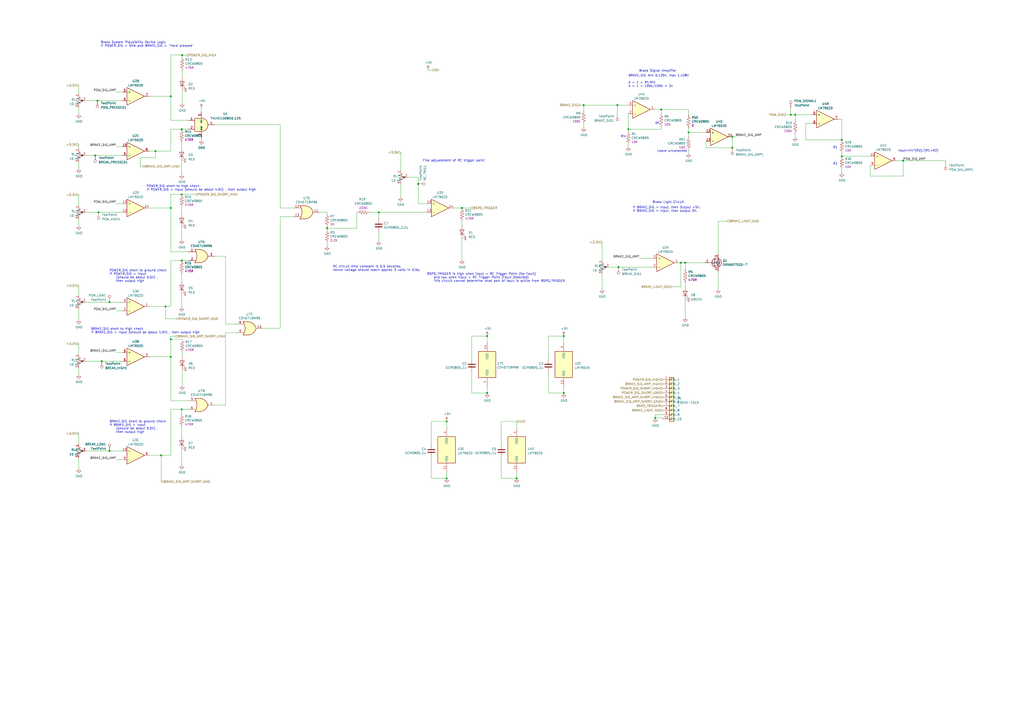
<source format=kicad_sch>
(kicad_sch (version 20231120) (generator "eeschema") (generator_version "8.0")
  (paper "A2")
  (junction (at 96.012 177.8))
  (junction (at 93.472 264.16))
  (junction (at 99.06 196.85))
  (junction (at 358.775 154.94))
  (junction (at 242.57 106.68))
  (junction (at 488.315 90.678))
  (junction (at 105.41 151.13))
  (junction (at 394.97 152.4))
  (junction (at 327.025 227.965))
  (junction (at 55.245 90.17))
  (junction (at 358.14 60.96))
  (junction (at 488.315 81.153))
  (junction (at 399.415 76.835))
  (junction (at 189.738 132.334))
  (junction (at 424.815 85.725))
  (junction (at 99.06 120.65))
  (junction (at 380.111 242.443))
  (junction (at 383.54 63.5))
  (junction (at 338.582 60.96))
  (junction (at 99.06 207.01))
  (junction (at 364.49 74.93))
  (junction (at 397.51 152.4))
  (junction (at 63.5 175.26))
  (junction (at 63.5 261.62))
  (junction (at 299.72 277.495))
  (junction (at 219.71 123.19))
  (junction (at 99.06 55.88))
  (junction (at 461.264 66.548))
  (junction (at 57.15 123.19))
  (junction (at 327.025 194.945))
  (junction (at 90.17 87.63))
  (junction (at 105.41 112.776))
  (junction (at 282.575 227.965))
  (junction (at 59.055 209.55))
  (junction (at 523.875 93.218))
  (junction (at 259.08 277.495))
  (junction (at 105.664 32.004))
  (junction (at 424.815 79.375))
  (junction (at 458.724 66.548))
  (junction (at 267.97 120.65))
  (junction (at 105.41 74.93))
  (junction (at 56.515 58.42))
  (junction (at 105.41 237.49))
  (junction (at 259.08 244.475))
  (junction (at 282.575 194.945))
  (wire (pts (xy 67.31 85.09) (xy 71.12 85.09)))
  (wire (pts (xy 488.315 88.773) (xy 488.315 90.678)))
  (wire (pts (xy 93.472 264.16) (xy 93.472 279.4)))
  (wire (pts (xy 105.664 52.324) (xy 105.664 59.69)))
  (wire (pts (xy 63.5 175.26) (xy 71.12 175.26)))
  (wire (pts (xy 130.81 193.04) (xy 137.16 193.04)))
  (wire (pts (xy 358.14 60.96) (xy 358.14 66.04)))
  (wire (pts (xy 45.72 113.03) (xy 45.72 119.38)))
  (wire (pts (xy 424.815 85.725) (xy 409.575 85.725)))
  (wire (pts (xy 99.06 237.49) (xy 105.41 237.49)))
  (wire (pts (xy 364.49 66.04) (xy 364.49 74.93)))
  (wire (pts (xy 393.7 152.4) (xy 394.97 152.4)))
  (wire (pts (xy 86.36 120.65) (xy 99.06 120.65)))
  (wire (pts (xy 523.875 93.218) (xy 523.875 102.108)))
  (wire (pts (xy 162.56 125.73) (xy 170.18 125.73)))
  (wire (pts (xy 273.685 208.28) (xy 273.685 194.945)))
  (wire (pts (xy 318.135 227.965) (xy 327.025 227.965)))
  (wire (pts (xy 105.41 82.55) (xy 105.41 85.725)))
  (wire (pts (xy 189.738 132.334) (xy 189.738 133.35)))
  (wire (pts (xy 397.51 173.99) (xy 397.51 184.277)))
  (wire (pts (xy 105.664 196.85) (xy 99.06 196.85)))
  (wire (pts (xy 290.83 257.81) (xy 290.83 244.475)))
  (wire (pts (xy 105.41 120.396) (xy 105.41 124.079)))
  (wire (pts (xy 471.17 71.628) (xy 467.36 71.628)))
  (wire (pts (xy 424.815 79.375) (xy 426.72 79.375)))
  (wire (pts (xy 282.575 194.945) (xy 282.575 198.755)))
  (wire (pts (xy 124.46 148.59) (xy 130.81 148.59)))
  (wire (pts (xy 397.51 156.21) (xy 397.51 152.4)))
  (wire (pts (xy 416.56 128.27) (xy 421.64 128.27)))
  (wire (pts (xy 49.53 90.17) (xy 55.245 90.17)))
  (wire (pts (xy 45.72 213.36) (xy 45.72 217.17)))
  (wire (pts (xy 105.41 260.604) (xy 105.41 269.621)))
  (wire (pts (xy 93.472 264.16) (xy 99.06 264.16)))
  (wire (pts (xy 99.06 31.877) (xy 99.06 55.88)))
  (wire (pts (xy 99.06 112.776) (xy 99.06 120.65)))
  (wire (pts (xy 105.664 204.47) (xy 105.664 206.756)))
  (wire (pts (xy 397.51 152.4) (xy 408.94 152.4)))
  (wire (pts (xy 207.01 123.19) (xy 207.01 132.334)))
  (wire (pts (xy 189.738 131.572) (xy 189.738 132.334)))
  (wire (pts (xy 455.93 66.548) (xy 458.724 66.548)))
  (wire (pts (xy 99.06 87.63) (xy 99.06 74.93)))
  (wire (pts (xy 232.41 114.3) (xy 232.41 106.68)))
  (wire (pts (xy 96.012 177.8) (xy 99.06 177.8)))
  (wire (pts (xy 57.15 123.19) (xy 71.12 123.19)))
  (wire (pts (xy 130.81 148.59) (xy 130.81 187.96)))
  (wire (pts (xy 67.31 180.34) (xy 71.12 180.34)))
  (wire (pts (xy 259.08 273.685) (xy 259.08 277.495)))
  (wire (pts (xy 124.46 234.95) (xy 130.81 234.95)))
  (wire (pts (xy 99.06 264.16) (xy 99.06 237.49)))
  (wire (pts (xy 71.12 261.62) (xy 63.5 261.62)))
  (wire (pts (xy 504.825 90.678) (xy 488.315 90.678)))
  (wire (pts (xy 45.72 97.79) (xy 45.72 93.98)))
  (wire (pts (xy 45.72 199.39) (xy 45.72 205.74)))
  (wire (pts (xy 59.055 209.55) (xy 71.12 209.55)))
  (wire (pts (xy 45.72 185.42) (xy 45.72 179.07)))
  (wire (pts (xy 101.6 195.072) (xy 99.06 195.072)))
  (wire (pts (xy 162.56 190.5) (xy 162.56 125.73)))
  (wire (pts (xy 461.264 77.47) (xy 461.264 79.502)))
  (wire (pts (xy 364.49 74.93) (xy 364.49 76.2)))
  (wire (pts (xy 45.72 165.735) (xy 45.72 171.45)))
  (wire (pts (xy 273.685 227.965) (xy 282.575 227.965)))
  (wire (pts (xy 299.72 273.685) (xy 299.72 277.495)))
  (wire (pts (xy 105.41 151.13) (xy 109.22 151.13)))
  (wire (pts (xy 105.41 93.345) (xy 105.41 101.092)))
  (wire (pts (xy 219.71 123.19) (xy 247.65 123.19)))
  (wire (pts (xy 409.575 85.725) (xy 409.575 81.915)))
  (wire (pts (xy 397.51 166.37) (xy 397.51 163.83)))
  (wire (pts (xy 318.135 208.28) (xy 318.135 194.945)))
  (wire (pts (xy 338.582 60.96) (xy 336.55 60.96)))
  (wire (pts (xy 467.36 81.153) (xy 488.315 81.153)))
  (wire (pts (xy 488.315 98.298) (xy 488.315 100.203)))
  (wire (pts (xy 242.57 118.11) (xy 247.65 118.11)))
  (wire (pts (xy 105.41 247.65) (xy 105.41 252.984)))
  (wire (pts (xy 99.06 120.65) (xy 99.06 146.05)))
  (wire (pts (xy 548.513 93.218) (xy 548.513 94.488)))
  (wire (pts (xy 207.01 132.334) (xy 189.738 132.334)))
  (wire (pts (xy 290.83 265.43) (xy 290.83 277.495)))
  (wire (pts (xy 273.685 194.945) (xy 282.575 194.945)))
  (wire (pts (xy 105.664 33.147) (xy 105.664 32.004)))
  (wire (pts (xy 219.71 134.62) (xy 219.71 139.7)))
  (wire (pts (xy 219.71 127) (xy 219.71 123.19)))
  (wire (pts (xy 189.738 140.97) (xy 189.738 142.748)))
  (wire (pts (xy 380.111 242.443) (xy 380.111 240.538)))
  (wire (pts (xy 458.724 66.548) (xy 461.264 66.548)))
  (wire (pts (xy 380.111 240.538) (xy 384.556 240.538)))
  (wire (pts (xy 236.22 102.87) (xy 242.57 102.87)))
  (wire (pts (xy 45.72 66.04) (xy 45.72 62.23)))
  (wire (pts (xy 327.025 194.945) (xy 327.025 198.755)))
  (wire (pts (xy 378.46 154.94) (xy 358.775 154.94)))
  (wire (pts (xy 523.875 93.218) (xy 548.513 93.218)))
  (wire (pts (xy 82.55 96.52) (xy 81.28 96.52)))
  (wire (pts (xy 338.582 60.96) (xy 338.582 64.262)))
  (wire (pts (xy 250.19 277.495) (xy 259.08 277.495)))
  (wire (pts (xy 162.56 72.39) (xy 162.56 120.65)))
  (wire (pts (xy 116.84 80.01) (xy 116.84 81.28)))
  (wire (pts (xy 99.06 55.88) (xy 99.06 69.85)))
  (wire (pts (xy 399.415 74.295) (xy 399.415 76.835)))
  (wire (pts (xy 232.41 88.392) (xy 232.41 99.06)))
  (wire (pts (xy 130.81 187.96) (xy 137.16 187.96)))
  (wire (pts (xy 467.36 71.628) (xy 467.36 81.153)))
  (wire (pts (xy 416.56 128.27) (xy 416.56 147.32)))
  (wire (pts (xy 488.315 81.153) (xy 488.315 69.088)))
  (wire (pts (xy 399.415 76.835) (xy 409.575 76.835)))
  (wire (pts (xy 86.36 55.88) (xy 99.06 55.88)))
  (wire (pts (xy 267.97 138.43) (xy 267.97 150.622)))
  (wire (pts (xy 102.362 184.912) (xy 96.012 184.912)))
  (wire (pts (xy 384.556 242.443) (xy 380.111 242.443)))
  (wire (pts (xy 214.63 123.19) (xy 219.71 123.19)))
  (wire (pts (xy 67.31 118.11) (xy 71.12 118.11)))
  (wire (pts (xy 242.57 106.68) (xy 242.57 118.11)))
  (wire (pts (xy 250.19 244.475) (xy 259.08 244.475)))
  (wire (pts (xy 67.31 53.34) (xy 71.12 53.34)))
  (wire (pts (xy 81.28 91.44) (xy 90.17 91.44)))
  (wire (pts (xy 45.72 251.46) (xy 45.72 257.81)))
  (wire (pts (xy 504.825 102.108) (xy 504.825 95.758)))
  (wire (pts (xy 250.19 265.43) (xy 250.19 277.495)))
  (wire (pts (xy 383.54 74.93) (xy 383.54 73.66)))
  (wire (pts (xy 358.775 154.94) (xy 353.06 154.94)))
  (wire (pts (xy 379.73 63.5) (xy 383.54 63.5)))
  (wire (pts (xy 105.41 74.93) (xy 109.22 74.93)))
  (wire (pts (xy 461.264 66.548) (xy 461.264 69.85)))
  (wire (pts (xy 99.06 195.072) (xy 99.06 196.85)))
  (wire (pts (xy 67.31 266.7) (xy 71.12 266.7)))
  (wire (pts (xy 162.56 120.65) (xy 170.18 120.65)))
  (wire (pts (xy 99.06 232.41) (xy 109.22 232.41)))
  (wire (pts (xy 86.36 264.16) (xy 93.472 264.16)))
  (wire (pts (xy 90.17 87.63) (xy 99.06 87.63)))
  (wire (pts (xy 67.31 204.47) (xy 71.12 204.47)))
  (wire (pts (xy 384.556 243.078) (xy 384.556 242.443)))
  (wire (pts (xy 63.5 261.62) (xy 49.53 261.62)))
  (wire (pts (xy 130.81 234.95) (xy 130.81 193.04)))
  (wire (pts (xy 383.54 63.5) (xy 383.54 66.04)))
  (wire (pts (xy 105.41 170.561) (xy 105.41 178.054)))
  (wire (pts (xy 49.53 58.42) (xy 56.515 58.42)))
  (wire (pts (xy 86.36 87.63) (xy 90.17 87.63)))
  (wire (pts (xy 45.72 49.53) (xy 45.72 54.61)))
  (wire (pts (xy 327.025 224.155) (xy 327.025 227.965)))
  (wire (pts (xy 349.25 167.64) (xy 349.25 158.75)))
  (wire (pts (xy 116.84 62.865) (xy 116.84 64.77)))
  (wire (pts (xy 273.685 215.9) (xy 273.685 227.965)))
  (wire (pts (xy 105.41 112.776) (xy 113.284 112.776)))
  (wire (pts (xy 105.41 158.75) (xy 105.41 162.941)))
  (wire (pts (xy 399.415 76.835) (xy 399.415 79.375)))
  (wire (pts (xy 318.135 194.945) (xy 327.025 194.945)))
  (wire (pts (xy 45.72 127) (xy 45.72 130.81)))
  (wire (pts (xy 56.515 58.42) (xy 71.12 58.42)))
  (wire (pts (xy 124.46 72.39) (xy 162.56 72.39)))
  (wire (pts (xy 318.135 215.9) (xy 318.135 227.965)))
  (wire (pts (xy 86.36 207.01) (xy 99.06 207.01)))
  (wire (pts (xy 399.415 63.5) (xy 399.415 66.675)))
  (wire (pts (xy 364.49 83.82) (xy 364.49 85.09)))
  (wire (pts (xy 394.97 152.4) (xy 397.51 152.4)))
  (wire (pts (xy 81.28 96.52) (xy 81.28 91.44)))
  (wire (pts (xy 99.06 146.05) (xy 109.22 146.05)))
  (wire (pts (xy 523.875 102.108) (xy 504.825 102.108)))
  (wire (pts (xy 461.264 66.548) (xy 471.17 66.548)))
  (wire (pts (xy 99.06 74.93) (xy 105.41 74.93)))
  (wire (pts (xy 338.582 71.882) (xy 338.582 73.914)))
  (wire (pts (xy 299.72 244.475) (xy 299.72 248.285)))
  (wire (pts (xy 105.41 131.699) (xy 105.41 139.065)))
  (wire (pts (xy 86.36 177.8) (xy 96.012 177.8)))
  (wire (pts (xy 389.89 166.37) (xy 394.97 166.37)))
  (wire (pts (xy 282.575 224.155) (xy 282.575 227.965)))
  (wire (pts (xy 105.664 32.004) (xy 105.664 31.877)))
  (wire (pts (xy 189.738 123.19) (xy 185.42 123.19)))
  (wire (pts (xy 520.065 93.218) (xy 523.875 93.218)))
  (wire (pts (xy 358.14 60.96) (xy 338.582 60.96)))
  (wire (pts (xy 383.54 63.5) (xy 399.415 63.5)))
  (wire (pts (xy 55.245 90.17) (xy 71.12 90.17)))
  (wire (pts (xy 99.06 151.13) (xy 105.41 151.13)))
  (wire (pts (xy 189.738 123.952) (xy 189.738 123.19)))
  (wire (pts (xy 105.664 40.767) (xy 105.664 44.704)))
  (wire (pts (xy 105.664 214.376) (xy 105.664 223.52)))
  (wire (pts (xy 259.08 244.475) (xy 259.08 248.285)))
  (wire (pts (xy 424.815 79.375) (xy 424.815 85.725)))
  (wire (pts (xy 99.06 196.85) (xy 99.06 207.01)))
  (wire (pts (xy 105.41 240.03) (xy 105.41 237.49)))
  (wire (pts (xy 49.53 175.26) (xy 63.5 175.26)))
  (wire (pts (xy 416.56 167.64) (xy 416.56 157.48)))
  (wire (pts (xy 488.315 69.088) (xy 486.41 69.088)))
  (wire (pts (xy 394.97 166.37) (xy 394.97 152.4)))
  (wire (pts (xy 45.72 271.78) (xy 45.72 265.43)))
  (wire (pts (xy 49.53 123.19) (xy 57.15 123.19)))
  (wire (pts (xy 250.19 257.81) (xy 250.19 244.475)))
  (wire (pts (xy 152.4 190.5) (xy 162.56 190.5)))
  (wire (pts (xy 290.83 277.495) (xy 299.72 277.495)))
  (wire (pts (xy 248.285 40.64) (xy 250.825 40.64)))
  (wire (pts (xy 49.53 209.55) (xy 59.055 209.55)))
  (wire (pts (xy 105.664 31.877) (xy 99.06 31.877)))
  (wire (pts (xy 364.49 74.93) (xy 383.54 74.93)))
  (wire (pts (xy 105.41 237.49) (xy 109.22 237.49)))
  (wire (pts (xy 458.724 62.484) (xy 458.724 66.548)))
  (wire (pts (xy 262.89 120.65) (xy 267.97 120.65)))
  (wire (pts (xy 99.06 207.01) (xy 99.06 232.41)))
  (wire (pts (xy 105.664 32.004) (xy 107.95 32.004)))
  (wire (pts (xy 349.25 140.462) (xy 349.25 151.13)))
  (wire (pts (xy 290.83 244.475) (xy 299.72 244.475)))
  (wire (pts (xy 242.57 102.87) (xy 242.57 106.68)))
  (wire (pts (xy 267.97 120.65) (xy 273.05 120.65)))
  (wire (pts (xy 267.97 128.27) (xy 267.97 130.81)))
  (wire (pts (xy 105.41 112.776) (xy 99.06 112.776)))
  (wire (pts (xy 45.72 83.82) (xy 45.72 86.36)))
  (wire (pts (xy 90.17 91.44) (xy 90.17 87.63)))
  (wire (pts (xy 96.012 184.912) (xy 96.012 177.8)))
  (wire (pts (xy 378.46 149.86) (xy 370.84 149.86)))
  (wire (pts (xy 364.49 60.96) (xy 358.14 60.96)))
  (wire (pts (xy 99.06 69.85) (xy 109.22 69.85)))
  (wire (pts (xy 399.415 86.995) (xy 399.415 88.9)))
  (wire (pts (xy 99.06 177.8) (xy 99.06 151.13)))
  (text "If BRAKE_SIG > Input, then Output +5V.\nIf BRAKE_SIG < Input, then output 0V." (at 367.03 123.19 0) (effects (font (size 1.27 1.27)) (justify left bottom)))
  (text "POWER_SIG short to high check\nIf POWER_SIG > Input (should be about 4.5V) , then output high" (at 84.963 110.871 0) (effects (font (size 1.27 1.27)) (justify left bottom)))
  (text "Leave unconected" (at 389.89 87.63 0) (effects (font (size 1.27 1.27))))
  (text "POWER_SIG short to ground check\nIf POWER_SIG < Input\n    (should be about 0.5V) ,\n    then output high" (at 63.5 163.83 0) (effects (font (size 1.27 1.27)) (justify left bottom)))
  (text "R1" (at 484.505 85.598 0) (effects (font (size 1.27 1.27))))
  (text "RC circuit time constant is 0.5 seconds. \nHence voltage should reach approx 3 volts in 0.5s." (at 193.04 157.48 0) (effects (font (size 1.27 1.27)) (justify left bottom)))
  (text "Brake System Plausibility Device Logic\nIf POWER_SIG > 5KW and BRAKE_SIG > \"Hard pressed\"" (at 58.42 27.432 0) (effects (font (size 1.27 1.27)) (justify left bottom)))
  (text "Brake Light Circuit\n" (at 378.46 118.11 0) (effects (font (size 1.27 1.27)) (justify left bottom)))
  (text "Vout=Vin*(R2)/(R1+R2)" (at 532.765 87.503 0) (effects (font (size 1.27 1.27))))
  (text "BRAKE_SIG short to ground check\nIf BRAKE_SIG < Input\n    (should be about 0.5V) ,\n    then output high" (at 63.5 251.46 0) (effects (font (size 1.27 1.27)) (justify left bottom)))
  (text "R2" (at 484.505 95.123 0) (effects (font (size 1.27 1.27))))
  (text "Rin" (at 363.22 80.01 0) (effects (font (size 1.27 1.27)) (justify right bottom)))
  (text "BRAKE_SIG short to high check\nIf BRAKE_SIG > Input (should be about 4.5V) , then output high" (at 52.832 193.675 0) (effects (font (size 1.27 1.27)) (justify left bottom)))
  (text "Fine adjustement of RC trigger point" (at 245.11 93.98 0) (effects (font (size 1.27 1.27)) (justify left bottom)))
  (text "Brake Signal Amplifier\n" (at 392.43 41.91 0) (effects (font (size 1.27 1.27)) (justify right bottom)))
  (text "Rf" (at 382.27 72.39 0) (effects (font (size 1.27 1.27)) (justify right bottom)))
  (text "BRAKE_SIG min 0.125V, max 1.428V\n\nA = 1 + Rf/Rin\nA = 1 + 100k/100k = 2x\n" (at 364.49 50.8 0) (effects (font (size 1.27 1.27)) (justify left bottom)))
  (text "BSPD_TRIGGER is high when input < RC Trigger Point (No Fault)\n    and low when input > RC Trigger Point (Fault Detected)\n    This circuit cannot determine what sort of fault is active from BSPD_TRIGGER" (at 247.65 163.83 0) (effects (font (size 1.27 1.27)) (justify left bottom)))
  (label "BRAKE_SIG_AMP" (at 67.31 85.09 180))
  (label "BRAKE_SIG_AMP" (at 67.31 204.47 180))
  (label "BRAKE_SIG_AMP" (at 67.31 266.7 180))
  (label "BRAKE_SIG_AMP" (at 370.84 149.86 180))
  (label "POW_SIG_AMP" (at 67.31 118.11 180))
  (label "POW_SIG_AMP" (at 523.875 93.218 0))
  (label "BRAKE_SIG_AMP" (at 426.72 79.375 0))
  (label "POW_SIG_AMP" (at 67.31 180.34 180))
  (label "POW_SIG_AMP" (at 67.31 53.34 180))
  (hierarchical_label "+3.3V" (shape input) (at 45.72 251.46 180))
  (hierarchical_label "POWER_SIG_SHORT_GND" (shape input) (at 384.556 227.838 180))
  (hierarchical_label "BRAKE_LIGHT_GND" (shape input) (at 421.64 128.27 0))
  (hierarchical_label "BRAKE_SIG_AMP_HIGH" (shape input) (at 384.556 222.758 180))
  (hierarchical_label "BRAKE_SIG_AMP_SHORT_GND" (shape input) (at 384.556 232.918 180))
  (hierarchical_label "BRAKE_LIGHT_SIG" (shape input) (at 384.556 237.998 180))
  (hierarchical_label "POWER_SIG_SHORT_HIGH" (shape input) (at 384.556 225.298 180))
  (hierarchical_label "+3.3V" (shape input) (at 45.72 83.82 180))
  (hierarchical_label "+3.3V" (shape input) (at 349.25 140.462 180))
  (hierarchical_label "+3.3V" (shape input) (at 232.41 88.392 180))
  (hierarchical_label "POWER_SIG_SHORT_GND" (shape input) (at 102.362 184.912 0))
  (hierarchical_label "POW_SIG" (shape input) (at 455.93 66.548 180))
  (hierarchical_label "BSPD_TRIGGER" (shape input) (at 384.556 235.458 180))
  (hierarchical_label "5V" (shape input) (at 250.825 40.64 0))
  (hierarchical_label "POWER_SIG_HIGH" (shape input) (at 107.95 32.004 0))
  (hierarchical_label "POWER_SIG_HIGH" (shape input) (at 384.556 220.218 180))
  (hierarchical_label "BRAKE_LIGHT_SIG" (shape input) (at 389.89 166.37 180))
  (hierarchical_label "POWER_SIG_SHORT_HIGH" (shape input) (at 113.284 112.776 0))
  (hierarchical_label "BSPD_TRIGGER" (shape input) (at 273.05 120.65 0))
  (hierarchical_label "12V" (shape input) (at 299.72 244.475 0))
  (hierarchical_label "BRAKE_SIG_AMP_SHORT_HIGH" (shape input) (at 101.6 195.072 0))
  (hierarchical_label "BRAKE_SIG_AMP_HIGH" (shape input) (at 82.55 96.52 0))
  (hierarchical_label "BRAKE_SIG" (shape input) (at 336.55 60.96 180))
  (hierarchical_label "+3.3V" (shape input) (at 45.72 199.39 180))
  (hierarchical_label "+3.3V" (shape input) (at 45.72 113.03 180))
  (hierarchical_label "+3.3V" (shape input) (at 45.72 165.735 180))
  (hierarchical_label "BRAKE_SIG_AMP_SHORT_HIGH" (shape input) (at 384.556 230.378 180))
  (hierarchical_label "BRAKE_SIG_AMP_SHORT_GND" (shape input) (at 93.472 279.4 0))
  (hierarchical_label "+3.3V" (shape input) (at 45.72 49.53 180))
  (symbol (lib_id "UniSA_Motorsport_Resistor:3296W-1-103LF") (at 45.72 209.55 0) (unit 1)
    (property "Reference" "RL5" (at 45.085 208.915 0) (effects (justify right)))
    (property "Value" "10 K" (at 45.085 211.455 0) (effects (justify right)))
    (property "Footprint" "UniSA_Motorsport_Resistor:3296W-1" (effects (hide yes)))
    (property "Datasheet" "https://au.mouser.com/ProductDetail/Bourns/3296W-1-103LF?qs=CL3xLxiry19Id6AEaxYcng%3D%3D&utm_source=octopart&utm_medium=aggregator&utm_campaign=652-3296W-1-103LF&utm_content=Bourns" (effects (hide yes)))
  )
  (symbol (lib_id "power:GND") (at 45.72 271.78 0) (unit 1)
    (property "Reference" "#PWR032" (effects (hide yes)))
    (property "Value" "GND" (at 45.847 276.1742 0))
    (instances (project "power_and_monotoring" (path "" (reference "#PWR032") (unit 1))) (project "BSPD" (path "" (reference "#PWR045") (unit 1))))
  )
  (symbol (lib_id "power:+5V") (at 259.08 244.475 0) (unit 1)
    (property "Reference" "#PWR051" (effects (hide yes)))
    (property "Value" "+5V" (at 259.461 240.0808 0))
    (instances (project "power_and_monotoring" (path "" (reference "#PWR051") (unit 1))) (project "BSPD" (path "" (reference "#PWR037") (unit 1))))
  )
  (symbol (lib_id "UniSA_Motorsport_Resistor:CRCW0805") (at 105.41 116.586 0) (unit 1)
    (property "Reference" "R15" (at 107.1372 114.2746 0) (effects (justify left)))
    (property "Value" "CRCW0805" (at 107.1372 116.586 0) (effects (justify left)))
    (property "Footprint" "UniSA_Motorsport_Resistor:0805" (effects (hide yes)))
    (property "Datasheet" "https://au.mouser.com/datasheet/2/427/dcrcwe3-1762152.pdf" (effects (hide yes)))
    (property "Resistance" "470R" (at 107.1372 118.8974 0) (effects (justify left)))
    (property "Voltage Rating" "150V" (effects (hide yes)))
    (property "Power Rating" "125mW" (effects (hide yes)))
    (property "E24 Values" "http://www.ohmslawcalculator.com/e24-resistor-sizes" (effects (hide yes)))
  )
  (symbol (lib_id "Connector:TestPoint") (at 56.515 58.42 180) (unit 1)
    (property "Reference" "POW_PRESSED1" (at 58.42 62.357 0) (effects (justify right)))
    (property "Value" "TestPoint" (at 58.42 59.817 0) (effects (justify right)))
    (property "Footprint" "TestPoint:TestPoint_Pad_D2.0mm" (effects (hide yes)))
    (instances (project "power_and_monotoring" (path "" (reference "POW_PRESSED1") (unit 1))) (project "FeatherBoard" (path "" (reference "TP1") (unit 1))))
  )
  (symbol (lib_id "power:GND") (at 267.97 150.622 0) (unit 1)
    (property "Reference" "#PWR046" (effects (hide yes)))
    (property "Value" "GND" (at 268.097 155.0162 0))
    (instances (project "power_and_monotoring" (path "" (reference "#PWR046") (unit 1))) (project "BSPD" (path "" (reference "#PWR050") (unit 1))))
  )
  (symbol (lib_id "power:GND") (at 232.41 114.3 0) (unit 1)
    (property "Reference" "#PWR043" (effects (hide yes)))
    (property "Value" "GND" (at 232.537 118.6942 0))
    (instances (project "power_and_monotoring" (path "" (reference "#PWR043") (unit 1))) (project "BSPD" (path "" (reference "#PWR029") (unit 1))))
  )
  (symbol (lib_id "power:GND") (at 45.72 185.42 0) (unit 1)
    (property "Reference" "#PWR028" (effects (hide yes)))
    (property "Value" "GND" (at 45.847 189.8142 0))
    (instances (project "power_and_monotoring" (path "" (reference "#PWR028") (unit 1))) (project "BSPD" (path "" (reference "#PWR033") (unit 1))))
  )
  (symbol (lib_id "UniSA_Motorsport_OpAmp:LM7902D") (at 327.025 211.455 0) (unit 5)
    (property "Reference" "U2" (at 333.375 210.82 0) (effects (justify left)))
    (property "Value" "LM7902D" (at 333.375 213.36 0) (effects (justify left)))
    (property "Footprint" "UniSA_Motorsport_SO:SOIC-14" (effects (hide yes)))
    (property "Datasheet" "https://www.ti.com/lit/ds/symlink/lm2902.pdf" (effects (hide yes)))
  )
  (symbol (lib_id "power:GND") (at 327.025 227.965 0) (unit 1)
    (property "Reference" "#PWR050" (effects (hide yes)))
    (property "Value" "GND" (at 327.152 232.3592 0))
    (instances (project "power_and_monotoring" (path "" (reference "#PWR050") (unit 1))) (project "BSPD" (path "" (reference "#PWR042") (unit 1))))
  )
  (symbol (lib_id "power:GND") (at 219.71 139.7 0) (unit 1)
    (property "Reference" "#PWR041" (effects (hide yes)))
    (property "Value" "GND" (at 219.837 144.0942 0))
    (instances (project "power_and_monotoring" (path "" (reference "#PWR041") (unit 1))) (project "BSPD" (path "" (reference "#PWR031") (unit 1))))
  )
  (symbol (lib_id "UniSA_Motorsport_Capacitor:GCM0805_1u") (at 318.135 212.09 0) (mirror y) (unit 1)
    (property "Reference" "C3" (at 315.214 210.9216 0) (effects (justify left)))
    (property "Value" "GCM0805_1u" (at 315.214 213.233 0) (effects (justify left)))
    (property "Footprint" "UniSA_Motorsport_Capacitor:0805" (effects (hide yes)))
    (property "Datasheet" "https://au.mouser.com/datasheet/2/281/murata_03122018_GCM_Series-1310150.pdf" (effects (hide yes)))
    (property "Voltage Rating" "50V" (effects (hide yes)))
    (instances (project "power_and_monotoring" (path "" (reference "C3") (unit 1))) (project "BSPD" (path "" (reference "C2") (unit 1))))
  )
  (symbol (lib_id "UniSA_Motorsport_Resistor:CRCW0805") (at 105.41 243.84 0) (unit 1)
    (property "Reference" "R18" (at 107.1372 241.5286 0) (effects (justify left)))
    (property "Value" "CRCW0805" (at 107.1372 243.84 0) (effects (justify left)))
    (property "Footprint" "UniSA_Motorsport_Resistor:0805" (effects (hide yes)))
    (property "Datasheet" "https://au.mouser.com/datasheet/2/427/dcrcwe3-1762152.pdf" (effects (hide yes)))
    (property "Resistance" "470R" (at 107.1372 246.1514 0) (effects (justify left)))
    (property "Voltage Rating" "150V" (effects (hide yes)))
    (property "Power Rating" "125mW" (effects (hide yes)))
    (property "E24 Values" "http://www.ohmslawcalculator.com/e24-resistor-sizes" (effects (hide yes)))
  )
  (symbol (lib_id "UniSA_Motorsport_Diode:LED_0805") (at 397.51 170.18 90) (unit 1)
    (property "Reference" "D8" (at 400.685 171.1452 90) (effects (justify right)))
    (property "Value" "GREEN" (at 400.685 173.6852 90) (effects (justify right)))
    (property "Footprint" "UniSA_Motorsport_Diode:0805" (effects (hide yes)))
    (property "Datasheet" "https://au.mouser.com/datasheet/2/109/Dialight_CBI_data_599-0805_Apr2018-1370606.pdf" (effects (hide yes)))
    (property "Color" "Red, Blue, Green, Orange, Yellow" (effects (hide yes)))
  )
  (symbol (lib_id "power:GND") (at 349.25 167.64 0) (unit 1)
    (property "Reference" "#PWR017" (effects (hide yes)))
    (property "Value" "GND" (at 349.377 172.0342 0))
    (instances (project "power_and_monotoring" (path "" (reference "#PWR017") (unit 1))) (project "BSPD" (path "" (reference "#PWR018") (unit 1))))
  )
  (symbol (lib_id "Connector:TestPoint") (at 242.57 106.68 270) (unit 1)
    (property "Reference" "RC_TRIG1" (at 246.507 104.775 0) (effects (justify right)))
    (property "Value" "TestPoint" (at 243.967 104.775 0) (effects (justify right)))
    (property "Footprint" "TestPoint:TestPoint_Pad_D2.0mm" (effects (hide yes)))
    (instances (project "power_and_monotoring" (path "" (reference "RC_TRIG1") (unit 1))) (project "FeatherBoard" (path "" (reference "TP1") (unit 1))))
  )
  (symbol (lib_id "power:+5V") (at 116.84 62.865 0) (unit 1)
    (property "Reference" "#PWR015" (effects (hide yes)))
    (property "Value" "+5V" (at 117.221 58.4708 0))
  )
  (symbol (lib_id "Connector:TestPoint") (at 59.055 209.55 180) (unit 1)
    (property "Reference" "BREAK_HIGH1" (at 60.96 213.487 0) (effects (justify right)))
    (property "Value" "TestPoint" (at 60.96 210.947 0) (effects (justify right)))
    (property "Footprint" "TestPoint:TestPoint_Pad_D2.0mm" (effects (hide yes)))
    (instances (project "power_and_monotoring" (path "" (reference "BREAK_HIGH1") (unit 1))) (project "FeatherBoard" (path "" (reference "TP1") (unit 1))))
  )
  (symbol (lib_id "UniSA_Motorsport_Resistor:CRCW0805") (at 488.315 94.488 0) (unit 1)
    (property "Reference" "R30" (at 490.0422 92.1766 0) (effects (justify left)))
    (property "Value" "CRCW0805" (at 490.0422 94.488 0) (effects (justify left)))
    (property "Footprint" "UniSA_Motorsport_Resistor:0805" (effects (hide yes)))
    (property "Datasheet" "https://au.mouser.com/datasheet/2/427/dcrcwe3-1762152.pdf" (effects (hide yes)))
    (property "Resistance" "10K" (at 490.0422 96.7994 0) (effects (justify left)))
    (property "Voltage Rating" "150V" (effects (hide yes)))
    (property "Power Rating" "125mW" (effects (hide yes)))
    (property "E24 Values" "http://www.ohmslawcalculator.com/e24-resistor-sizes" (effects (hide yes)))
  )
  (symbol (lib_id "UniSA_Motorsport_Connector:43045-1015") (at 385.826 231.648 0) (unit 1)
    (property "Reference" "J6" (at 392.811 231.013 0) (effects (justify left)))
    (property "Value" "43045-1015" (at 392.811 233.553 0) (effects (justify left)))
    (property "Footprint" "UniSA_Motorsport_Connector:MOLEX_43045-10YY_10PIN" (effects (hide yes)))
    (property "Datasheet" "https://au.mouser.com/ProductDetail/Molex/43045-1015?qs=g5f4E6w8l8iAbZ6AymbRiQ%3D%3D" (effects (hide yes)))
  )
  (symbol (lib_name "GND_1") (lib_id "power:GND") (at 45.72 217.17 0) (unit 1)
    (property "Reference" "#PWR030" (effects (hide yes)))
    (property "Value" "GND" (at 45.847 221.5642 0))
    (instances (project "power_and_monotoring" (path "" (reference "#PWR030") (unit 1))) (project "BSPD" (path "" (reference "#PWR039") (unit 1))))
  )
  (symbol (lib_id "UniSA_Motorsport_Resistor:CRCW0805") (at 105.664 36.957 0) (unit 1)
    (property "Reference" "R13" (at 107.3912 34.6456 0) (effects (justify left)))
    (property "Value" "CRCW0805" (at 107.3912 36.957 0) (effects (justify left)))
    (property "Footprint" "UniSA_Motorsport_Resistor:0805" (effects (hide yes)))
    (property "Datasheet" "https://au.mouser.com/datasheet/2/427/dcrcwe3-1762152.pdf" (effects (hide yes)))
    (property "Resistance" "470R" (at 107.3912 39.2684 0) (effects (justify left)))
    (property "Voltage Rating" "150V" (effects (hide yes)))
    (property "Power Rating" "125mW" (effects (hide yes)))
    (property "E24 Values" "http://www.ohmslawcalculator.com/e24-resistor-sizes" (effects (hide yes)))
  )
  (symbol (lib_id "UniSA_Motorsport_Resistor:CRCW0805") (at 383.54 69.85 0) (unit 1)
    (property "Reference" "R6" (at 385.2672 67.5386 0) (effects (justify left)))
    (property "Value" "CRCW0805" (at 385.2672 69.85 0) (effects (justify left)))
    (property "Footprint" "UniSA_Motorsport_Resistor:0805" (effects (hide yes)))
    (property "Datasheet" "https://au.mouser.com/datasheet/2/427/dcrcwe3-1762152.pdf" (effects (hide yes)))
    (property "Resistance" "10K" (at 385.2672 72.1614 0) (effects (justify left)))
    (property "Voltage Rating" "150V" (effects (hide yes)))
    (property "Power Rating" "125mW" (effects (hide yes)))
    (property "E24 Values" "http://www.ohmslawcalculator.com/e24-resistor-sizes" (effects (hide yes)))
    (instances (project "power_and_monotoring" (path "" (reference "R6") (unit 1))) (project "BSPD" (path "" (reference "R23") (unit 1))))
  )
  (symbol (lib_id "UniSA_Motorsport_Logic:CD4071BM96") (at 116.84 148.59 0) (unit 1)
    (property "Reference" "U7" (at 116.84 140.335 0))
    (property "Value" "CD4071BM96" (at 116.84 142.6464 0))
    (property "Footprint" "UniSA_Motorsport_SO:SOIC-14" (effects (hide yes)))
    (property "Datasheet" "http://www.ti.com/lit/ds/symlink/cd4069ub.pdf?ts=1588337277788" (effects (hide yes)))
    (instances (project "power_and_monotoring" (path "" (reference "U7") (unit 1))) (project "BSPD" (path "" (reference "U4") (unit 1))))
  )
  (symbol (lib_id "Connector:TestPoint") (at 424.815 85.725 180) (unit 1)
    (property "Reference" "BRAKE_SIG_AMP1" (at 426.72 89.662 0) (effects (justify right)))
    (property "Value" "TestPoint" (at 426.72 87.122 0) (effects (justify right)))
    (property "Footprint" "TestPoint:TestPoint_Pad_D2.0mm" (effects (hide yes)))
  )
  (symbol (lib_id "UniSA_Motorsport_OpAmp:LM7902D") (at 77.47 177.8 0) (unit 1)
    (property "Reference" "U3" (at 78.74 168.91 0))
    (property "Value" "LM7902D" (at 78.74 171.45 0))
    (property "Footprint" "UniSA_Motorsport_SO:SOIC-14" (effects (hide yes)))
    (property "Datasheet" "https://www.ti.com/lit/ds/symlink/lm2902.pdf" (effects (hide yes)))
  )
  (symbol (lib_id "UniSA_Motorsport_Resistor:CRCW0805") (at 397.51 160.02 0) (unit 1)
    (property "Reference" "R5" (at 399.2372 157.7086 0) (effects (justify left)))
    (property "Value" "CRCW0805" (at 399.2372 160.02 0) (effects (justify left)))
    (property "Footprint" "UniSA_Motorsport_Resistor:0805" (effects (hide yes)))
    (property "Datasheet" "https://au.mouser.com/datasheet/2/427/dcrcwe3-1762152.pdf" (effects (hide yes)))
    (property "Resistance" "470R" (at 399.2372 162.3314 0) (effects (justify left)))
    (property "Voltage Rating" "150V" (effects (hide yes)))
    (property "Power Rating" "125mW" (effects (hide yes)))
    (property "E24 Values" "http://www.ohmslawcalculator.com/e24-resistor-sizes" (effects (hide yes)))
    (instances (project "power_and_monotoring" (path "" (reference "R5") (unit 1))) (project "BSPD" (path "" (reference "R1") (unit 1))))
  )
  (symbol (lib_id "UniSA_Motorsport_Resistor:CRCW0805") (at 364.49 80.01 0) (unit 1)
    (property "Reference" "R4" (at 366.2172 77.6986 0) (effects (justify left)))
    (property "Value" "CRCW0805" (at 366.2172 80.01 0) (effects (justify left)))
    (property "Footprint" "UniSA_Motorsport_Resistor:0805" (effects (hide yes)))
    (property "Datasheet" "https://au.mouser.com/datasheet/2/427/dcrcwe3-1762152.pdf" (effects (hide yes)))
    (property "Resistance" "10K" (at 366.2172 82.3214 0) (effects (justify left)))
    (property "Voltage Rating" "150V" (effects (hide yes)))
    (property "Power Rating" "125mW" (effects (hide yes)))
    (property "E24 Values" "http://www.ohmslawcalculator.com/e24-resistor-sizes" (effects (hide yes)))
    (instances (project "power_and_monotoring" (path "" (reference "R4") (unit 1))) (project "BSPD" (path "" (reference "R22") (unit 1))))
  )
  (symbol (lib_id "UniSA_Motorsport_Resistor:3296W-1-103LF") (at 45.72 123.19 0) (unit 1)
    (property "Reference" "RL3" (at 45.085 122.555 0) (effects (justify right)))
    (property "Value" "10 K" (at 45.085 125.095 0) (effects (justify right)))
    (property "Footprint" "UniSA_Motorsport_Resistor:3296W-1" (effects (hide yes)))
    (property "Datasheet" "https://au.mouser.com/ProductDetail/Bourns/3296W-1-103LF?qs=CL3xLxiry19Id6AEaxYcng%3D%3D&utm_source=octopart&utm_medium=aggregator&utm_campaign=652-3296W-1-103LF&utm_content=Bourns" (effects (hide yes)))
  )
  (symbol (lib_id "Connector:TestPoint") (at 57.15 123.19 180) (unit 1)
    (property "Reference" "POW_HIGH1" (at 59.055 127.127 0) (effects (justify right)))
    (property "Value" "TestPoint" (at 59.055 124.587 0) (effects (justify right)))
    (property "Footprint" "TestPoint:TestPoint_Pad_D2.0mm" (effects (hide yes)))
    (instances (project "power_and_monotoring" (path "" (reference "POW_HIGH1") (unit 1))) (project "FeatherBoard" (path "" (reference "TP1") (unit 1))))
  )
  (symbol (lib_id "UniSA_Motorsport_OpAmp:LM7902D") (at 370.84 63.5 0) (unit 1)
    (property "Reference" "U4" (at 372.11 54.61 0))
    (property "Value" "LM7902D" (at 372.11 57.15 0))
    (property "Footprint" "UniSA_Motorsport_SO:SOIC-14" (effects (hide yes)))
    (property "Datasheet" "https://www.ti.com/lit/ds/symlink/lm2902.pdf" (effects (hide yes)))
  )
  (symbol (lib_id "UniSA_Motorsport_Capacitor:GCM0805_1u") (at 273.685 212.09 0) (mirror y) (unit 1)
    (property "Reference" "C2" (at 270.764 210.9216 0) (effects (justify left)))
    (property "Value" "GCM0805_1u" (at 270.764 213.233 0) (effects (justify left)))
    (property "Footprint" "UniSA_Motorsport_Capacitor:0805" (effects (hide yes)))
    (property "Datasheet" "https://au.mouser.com/datasheet/2/281/murata_03122018_GCM_Series-1310150.pdf" (effects (hide yes)))
    (property "Voltage Rating" "50V" (effects (hide yes)))
  )
  (symbol (lib_id "power:GND") (at 105.664 59.69 0) (unit 1)
    (property "Reference" "#PWR033" (effects (hide yes)))
    (property "Value" "GND" (at 105.791 64.0842 0))
    (instances (project "power_and_monotoring" (path "" (reference "#PWR033") (unit 1))) (project "BSPD" (path "" (reference "#PWR017") (unit 1))))
  )
  (symbol (lib_id "power:GND") (at 105.41 178.054 0) (unit 1)
    (property "Reference" "#PWR036" (effects (hide yes)))
    (property "Value" "GND" (at 105.537 182.4482 0))
    (instances (project "power_and_monotoring" (path "" (reference "#PWR036") (unit 1))) (project "BSPD" (path "" (reference "#PWR0103") (unit 1))))
  )
  (symbol (lib_id "Connector:TestPoint") (at 548.513 94.488 180) (unit 1)
    (property "Reference" "POW_SIG_AMP1" (at 550.418 98.425 0) (effects (justify right)))
    (property "Value" "TestPoint" (at 550.418 95.885 0) (effects (justify right)))
    (property "Footprint" "TestPoint:TestPoint_Pad_D2.0mm" (effects (hide yes)))
    (instances (project "power_and_monotoring" (path "" (reference "POW_SIG_AMP1") (unit 1))) (project "FeatherBoard" (path "" (reference "TP1") (unit 1))))
  )
  (symbol (lib_id "power:GND") (at 259.08 277.495 0) (unit 1)
    (property "Reference" "#PWR052" (effects (hide yes)))
    (property "Value" "GND" (at 259.207 281.8892 0))
    (instances (project "power_and_monotoring" (path "" (reference "#PWR052") (unit 1))) (project "BSPD" (path "" (reference "#PWR043") (unit 1))))
  )
  (symbol (lib_id "power:GND") (at 45.72 66.04 0) (unit 1)
    (property "Reference" "#PWR022" (effects (hide yes)))
    (property "Value" "GND" (at 45.847 70.4342 0))
    (instances (project "power_and_monotoring" (path "" (reference "#PWR022") (unit 1))) (project "BSPD" (path "" (reference "#PWR024") (unit 1))))
  )
  (symbol (lib_id "UniSA_Motorsport_Resistor:CRCW0805") (at 338.582 68.072 0) (mirror y) (unit 1)
    (property "Reference" "R9" (at 336.8548 65.7606 0) (effects (justify left)))
    (property "Value" "CRCW0805" (at 336.8548 68.072 0) (effects (justify left)))
    (property "Footprint" "UniSA_Motorsport_Resistor:0805" (effects (hide yes)))
    (property "Datasheet" "https://au.mouser.com/datasheet/2/427/dcrcwe3-1762152.pdf" (effects (hide yes)))
    (property "Resistance" "100k" (at 336.8548 70.3834 0) (effects (justify left)))
    (property "Voltage Rating" "150V" (effects (hide yes)))
    (property "Power Rating" "125mW" (effects (hide yes)))
    (property "E24 Values" "http://www.ohmslawcalculator.com/e24-resistor-sizes" (effects (hide yes)))
  )
  (symbol (lib_id "UniSA_Motorsport_Logic:CD4071BM96") (at 282.575 211.455 0) (unit 5)
    (property "Reference" "U7" (at 288.29 210.82 0) (effects (justify left)))
    (property "Value" "CD4071BM96" (at 288.29 213.1314 0) (effects (justify left)))
    (property "Footprint" "UniSA_Motorsport_SO:SOIC-14" (effects (hide yes)))
    (property "Datasheet" "http://www.ti.com/lit/ds/symlink/cd4069ub.pdf?ts=1588337277788" (effects (hide yes)))
    (instances (project "power_and_monotoring" (path "" (reference "U7") (unit 5))) (project "BSPD" (path "" (reference "U4") (unit 5))))
  )
  (symbol (lib_id "power:GND") (at 488.315 100.203 0) (unit 1)
    (property "Reference" "#PWR044" (effects (hide yes)))
    (property "Value" "GND" (at 488.442 104.5972 0))
  )
  (symbol (lib_id "power:GND") (at 45.72 130.81 0) (unit 1)
    (property "Reference" "#PWR026" (effects (hide yes)))
    (property "Value" "GND" (at 45.847 135.2042 0))
    (instances (project "power_and_monotoring" (path "" (reference "#PWR026") (unit 1))) (project "BSPD" (path "" (reference "#PWR030") (unit 1))))
  )
  (symbol (lib_id "power:GND") (at 461.264 79.502 0) (unit 1)
    (property "Reference" "#PWR029" (effects (hide yes)))
    (property "Value" "GND" (at 461.391 83.8962 0))
  )
  (symbol (lib_id "power:GND") (at 189.738 142.748 0) (unit 1)
    (property "Reference" "#PWR016" (effects (hide yes)))
    (property "Value" "GND" (at 189.865 147.1422 0))
  )
  (symbol (lib_id "UniSA_Motorsport_Diode:LED_0805") (at 267.97 134.62 90) (unit 1)
    (property "Reference" "D1" (at 271.78 134.9501 90) (effects (justify right)))
    (property "Value" "RED" (at 271.78 137.4901 90) (effects (justify right)))
    (property "Footprint" "UniSA_Motorsport_Diode:0805" (effects (hide yes)))
    (property "Datasheet" "https://au.mouser.com/datasheet/2/109/Dialight_CBI_data_599-0805_Apr2018-1370606.pdf" (effects (hide yes)))
    (property "Color" "Red, Blue, Green, Orange, Yellow" (effects (hide yes)))
  )
  (symbol (lib_id "power:GND") (at 416.56 167.64 0) (unit 1)
    (property "Reference" "#PWR020" (effects (hide yes)))
    (property "Value" "GND" (at 416.687 172.0342 0))
    (instances (project "power_and_monotoring" (path "" (reference "#PWR020") (unit 1))) (project "BSPD" (path "" (reference "#PWR019") (unit 1))))
  )
  (symbol (lib_id "UniSA_Motorsport_OpAmp:LM7902D") (at 254 120.65 0) (unit 4)
    (property "Reference" "U3" (at 255.27 111.76 0))
    (property "Value" "LM7902D" (at 255.27 114.3 0))
    (property "Footprint" "UniSA_Motorsport_SO:SOIC-14" (effects (hide yes)))
    (property "Datasheet" "https://www.ti.com/lit/ds/symlink/lm2902.pdf" (effects (hide yes)))
  )
  (symbol (lib_id "UniSA_Motorsport_Diode:LED_0805") (at 105.41 127.889 90) (unit 1)
    (property "Reference" "D4" (at 109.22 128.2191 90) (effects (justify right)))
    (property "Value" "RED" (at 109.22 130.7591 90) (effects (justify right)))
    (property "Footprint" "UniSA_Motorsport_Diode:0805" (effects (hide yes)))
    (property "Datasheet" "https://au.mouser.com/datasheet/2/109/Dialight_CBI_data_599-0805_Apr2018-1370606.pdf" (effects (hide yes)))
    (property "Color" "Red, Blue, Green, Orange, Yellow" (effects (hide yes)))
  )
  (symbol (lib_id "UniSA_Motorsport_Resistor:3296W-1-103LF") (at 45.72 90.17 0) (unit 1)
    (property "Reference" "RL2" (at 45.085 89.535 0) (effects (justify right)))
    (property "Value" "10 K" (at 45.085 92.075 0) (effects (justify right)))
    (property "Footprint" "UniSA_Motorsport_Resistor:3296W-1" (effects (hide yes)))
    (property "Datasheet" "https://au.mouser.com/ProductDetail/Bourns/3296W-1-103LF?qs=CL3xLxiry19Id6AEaxYcng%3D%3D&utm_source=octopart&utm_medium=aggregator&utm_campaign=652-3296W-1-103LF&utm_content=Bourns" (effects (hide yes)))
  )
  (symbol (lib_id "power:GND") (at 105.664 223.52 0) (unit 1)
    (property "Reference" "#PWR037" (effects (hide yes)))
    (property "Value" "GND" (at 105.791 227.9142 0))
    (instances (project "power_and_monotoring" (path "" (reference "#PWR037") (unit 1))) (project "BSPD" (path "" (reference "#PWR048") (unit 1))))
  )
  (symbol (lib_id "UniSA_Motorsport_Resistor:3296W-1-103LF") (at 45.72 261.62 0) (unit 1)
    (property "Reference" "RL6" (at 45.085 260.985 0) (effects (justify right)))
    (property "Value" "10 K" (at 45.085 263.525 0) (effects (justify right)))
    (property "Footprint" "UniSA_Motorsport_Resistor:3296W-1" (effects (hide yes)))
    (property "Datasheet" "https://au.mouser.com/ProductDetail/Bourns/3296W-1-103LF?qs=CL3xLxiry19Id6AEaxYcng%3D%3D&utm_source=octopart&utm_medium=aggregator&utm_campaign=652-3296W-1-103LF&utm_content=Bourns" (effects (hide yes)))
  )
  (symbol (lib_id "UniSA_Motorsport_Logic:CD4071BM96") (at 144.78 190.5 0) (unit 3)
    (property "Reference" "U7" (at 144.78 182.245 0))
    (property "Value" "CD4071BM96" (at 144.78 184.5564 0))
    (property "Footprint" "UniSA_Motorsport_SO:SOIC-14" (effects (hide yes)))
    (property "Datasheet" "http://www.ti.com/lit/ds/symlink/cd4069ub.pdf?ts=1588337277788" (effects (hide yes)))
    (instances (project "power_and_monotoring" (path "" (reference "U7") (unit 3))) (project "BSPD" (path "" (reference "U4") (unit 3))))
  )
  (symbol (lib_id "UniSA_Motorsport_Resistor:CRCW0805") (at 399.415 83.185 0) (mirror y) (unit 1)
    (property "Reference" "R51" (at 397.6878 80.8736 0) (effects (justify left)))
    (property "Value" "CRCW0805" (at 397.6878 83.185 0) (effects (justify left)))
    (property "Footprint" "UniSA_Motorsport_Resistor:0805" (effects (hide yes)))
    (property "Datasheet" "https://au.mouser.com/datasheet/2/427/dcrcwe3-1762152.pdf" (effects (hide yes)))
    (property "Resistance" "10K" (at 397.6878 85.4964 0) (effects (justify left)))
    (property "Voltage Rating" "150V" (effects (hide yes)))
    (property "Power Rating" "125mW" (effects (hide yes)))
    (property "E24 Values" "http://www.ohmslawcalculator.com/e24-resistor-sizes" (effects (hide yes)))
  )
  (symbol (lib_id "UniSA_Motorsport_Resistor:CRCW0805") (at 189.738 137.16 0) (unit 1)
    (property "Reference" "R3" (at 191.4652 134.8486 0) (effects (justify left)))
    (property "Value" "CRCW0805" (at 191.4652 137.16 0) (effects (justify left)))
    (property "Footprint" "UniSA_Motorsport_Resistor:0805" (effects (hide yes)))
    (property "Datasheet" "https://au.mouser.com/datasheet/2/427/dcrcwe3-1762152.pdf" (effects (hide yes)))
    (property "Resistance" "2.2K" (at 191.4652 139.4714 0) (effects (justify left)))
    (property "Voltage Rating" "150V" (effects (hide yes)))
    (property "Power Rating" "125mW" (effects (hide yes)))
    (property "E24 Values" "http://www.ohmslawcalculator.com/e24-resistor-sizes" (effects (hide yes)))
  )
  (symbol (lib_id "UniSA_Motorsport_Resistor:3296W-1-103LF") (at 349.25 154.94 0) (unit 1)
    (property "Reference" "RL8" (at 348.615 154.305 0) (effects (justify right)))
    (property "Value" "10 K" (at 348.615 156.845 0) (effects (justify right)))
    (property "Footprint" "UniSA_Motorsport_Resistor:3296W-1" (effects (hide yes)))
    (property "Datasheet" "https://au.mouser.com/ProductDetail/Bourns/3296W-1-103LF?qs=CL3xLxiry19Id6AEaxYcng%3D%3D&utm_source=octopart&utm_medium=aggregator&utm_campaign=652-3296W-1-103LF&utm_content=Bourns" (effects (hide yes)))
  )
  (symbol (lib_id "UniSA_Motorsport_Diode:LED_0805") (at 105.664 48.514 90) (unit 1)
    (property "Reference" "D2" (at 109.22 48.8441 90) (effects (justify right)))
    (property "Value" "RED" (at 109.22 51.3841 90) (effects (justify right)))
    (property "Footprint" "UniSA_Motorsport_Diode:0805" (effects (hide yes)))
    (property "Datasheet" "https://au.mouser.com/datasheet/2/109/Dialight_CBI_data_599-0805_Apr2018-1370606.pdf" (effects (hide yes)))
    (property "Color" "Red, Blue, Green, Orange, Yellow" (effects (hide yes)))
  )
  (symbol (lib_id "UniSA_Motorsport_Resistor:3296W-1-103LF") (at 45.72 175.26 0) (unit 1)
    (property "Reference" "RL4" (at 45.085 174.625 0) (effects (justify right)))
    (property "Value" "10 K" (at 45.085 177.165 0) (effects (justify right)))
    (property "Footprint" "UniSA_Motorsport_Resistor:3296W-1" (effects (hide yes)))
    (property "Datasheet" "https://au.mouser.com/ProductDetail/Bourns/3296W-1-103LF?qs=CL3xLxiry19Id6AEaxYcng%3D%3D&utm_source=octopart&utm_medium=aggregator&utm_campaign=652-3296W-1-103LF&utm_content=Bourns" (effects (hide yes)))
  )
  (symbol (lib_id "UniSA_Motorsport_Resistor:CRCW0805") (at 488.315 84.963 0) (unit 1)
    (property "Reference" "R29" (at 490.0422 82.6516 0) (effects (justify left)))
    (property "Value" "CRCW0805" (at 490.0422 84.963 0) (effects (justify left)))
    (property "Footprint" "UniSA_Motorsport_Resistor:0805" (effects (hide yes)))
    (property "Datasheet" "https://au.mouser.com/datasheet/2/427/dcrcwe3-1762152.pdf" (effects (hide yes)))
    (property "Resistance" "10K" (at 490.0422 87.2744 0) (effects (justify left)))
    (property "Voltage Rating" "150V" (effects (hide yes)))
    (property "Power Rating" "125mW" (effects (hide yes)))
    (property "E24 Values" "http://www.ohmslawcalculator.com/e24-resistor-sizes" (effects (hide yes)))
  )
  (symbol (lib_id "Connector:TestPoint") (at 358.775 154.94 180) (unit 1)
    (property "Reference" "BREAK_SIG1" (at 360.68 158.877 0) (effects (justify right)))
    (property "Value" "TestPoint" (at 360.68 156.337 0) (effects (justify right)))
    (property "Footprint" "TestPoint:TestPoint_Pad_D2.0mm" (effects (hide yes)))
    (instances (project "power_and_monotoring" (path "" (reference "BREAK_SIG1") (unit 1))) (project "FeatherBoard" (path "" (reference "TP1") (unit 1))))
  )
  (symbol (lib_id "power:GND") (at 338.582 73.914 0) (unit 1)
    (property "Reference" "#PWR027" (effects (hide yes)))
    (property "Value" "GND" (at 338.709 78.3082 0))
  )
  (symbol (lib_id "power:GND") (at 105.41 139.065 0) (unit 1)
    (property "Reference" "#PWR035" (effects (hide yes)))
    (property "Value" "GND" (at 105.537 143.4592 0))
    (instances (project "power_and_monotoring" (path "" (reference "#PWR035") (unit 1))) (project "BSPD" (path "" (reference "#PWR0102") (unit 1))))
  )
  (symbol (lib_id "power:+5V") (at 282.575 194.945 0) (unit 1)
    (property "Reference" "#PWR047" (effects (hide yes)))
    (property "Value" "+5V" (at 282.956 190.5508 0))
    (instances (project "power_and_monotoring" (path "" (reference "#PWR047") (unit 1))) (project "BSPD" (path "" (reference "#PWR035") (unit 1))))
  )
  (symbol (lib_id "power:GND") (at 399.415 88.9 0) (unit 1)
    (property "Reference" "#PWR039" (effects (hide yes)))
    (property "Value" "GND" (at 399.542 93.2942 0))
  )
  (symbol (lib_id "power:GND") (at 282.575 227.965 0) (unit 1)
    (property "Reference" "#PWR048" (effects (hide yes)))
    (property "Value" "GND" (at 282.702 232.3592 0))
    (instances (project "power_and_monotoring" (path "" (reference "#PWR048") (unit 1))) (project "BSPD" (path "" (reference "#PWR041") (unit 1))))
  )
  (symbol (lib_id "UniSA_Motorsport_Resistor:CRCW0805") (at 105.41 154.94 0) (unit 1)
    (property "Reference" "R16" (at 107.1372 152.6286 0) (effects (justify left)))
    (property "Value" "CRCW0805" (at 107.1372 154.94 0) (effects (justify left)))
    (property "Footprint" "UniSA_Motorsport_Resistor:0805" (effects (hide yes)))
    (property "Datasheet" "https://au.mouser.com/datasheet/2/427/dcrcwe3-1762152.pdf" (effects (hide yes)))
    (property "Resistance" "470R" (at 107.1372 157.2514 0) (effects (justify left)))
    (property "Voltage Rating" "150V" (effects (hide yes)))
    (property "Power Rating" "125mW" (effects (hide yes)))
    (property "E24 Values" "http://www.ohmslawcalculator.com/e24-resistor-sizes" (effects (hide yes)))
  )
  (symbol (lib_id "UniSA_Motorsport_Resistor:CRCW0805") (at 461.264 73.66 0) (mirror y) (unit 1)
    (property "Reference" "R10" (at 459.5368 71.3486 0) (effects (justify left)))
    (property "Value" "CRCW0805" (at 459.5368 73.66 0) (effects (justify left)))
    (property "Footprint" "UniSA_Motorsport_Resistor:0805" (effects (hide yes)))
    (property "Datasheet" "https://au.mouser.com/datasheet/2/427/dcrcwe3-1762152.pdf" (effects (hide yes)))
    (property "Resistance" "100k" (at 459.5368 75.9714 0) (effects (justify left)))
    (property "Voltage Rating" "150V" (effects (hide yes)))
    (property "Power Rating" "125mW" (effects (hide yes)))
    (property "E24 Values" "http://www.ohmslawcalculator.com/e24-resistor-sizes" (effects (hide yes)))
  )
  (symbol (lib_id "UniSA_Motorsport_Capacitor:GCM0805_2.2u") (at 219.71 130.81 0) (unit 1)
    (property "Reference" "C7" (at 222.631 129.6416 0) (effects (justify left)))
    (property "Value" "GCM0805_2.2u" (at 222.631 131.953 0) (effects (justify left)))
    (property "Footprint" "UniSA_Motorsport_Capacitor:0805" (effects (hide yes)))
    (property "Datasheet" "https://au.mouser.com/datasheet/2/281/murata_03122018_GCM_Series-1310150.pdf" (effects (hide yes)))
    (property "Voltage Rating" "16V" (effects (hide yes)))
  )
  (symbol (lib_id "UniSA_Motorsport_Resistor:CRCW0805") (at 267.97 124.46 0) (unit 1)
    (property "Reference" "R21" (at 269.6972 122.1486 0) (effects (justify left)))
    (property "Value" "CRCW0805" (at 269.6972 124.46 0) (effects (justify left)))
    (property "Footprint" "UniSA_Motorsport_Resistor:0805" (effects (hide yes)))
    (property "Datasheet" "https://au.mouser.com/datasheet/2/427/dcrcwe3-1762152.pdf" (effects (hide yes)))
    (property "Resistance" "470R" (at 269.6972 126.7714 0) (effects (justify left)))
    (property "Voltage Rating" "150V" (effects (hide yes)))
    (property "Power Rating" "125mW" (effects (hide yes)))
    (property "E24 Values" "http://www.ohmslawcalculator.com/e24-resistor-sizes" (effects (hide yes)))
    (instances (project "power_and_monotoring" (path "" (reference "R21") (unit 1))) (project "BSPD" (path "" (reference "R19") (unit 1))))
  )
  (symbol (lib_id "Connector:TestPoint") (at 358.14 66.04 0) (mirror x) (unit 1)
    (property "Reference" "BRAKE_SIG1" (at 356.235 69.977 0) (effects (justify right)))
    (property "Value" "TestPoint" (at 356.235 67.437 0) (effects (justify right)))
    (property "Footprint" "TestPoint:TestPoint_Pad_D2.0mm" (effects (hide yes)))
    (instances (project "power_and_monotoring" (path "" (reference "BRAKE_SIG1") (unit 1))) (project "FeatherBoard" (path "" (reference "TP1") (unit 1))))
  )
  (symbol (lib_name "+5V_1") (lib_id "power:+5V") (at 248.285 40.64 0) (unit 1)
    (property "Reference" "#PWR09" (effects (hide yes)))
    (property "Value" "+5V" (at 248.666 36.2458 0))
    (instances (project "power_and_monotoring" (path "" (reference "#PWR09") (unit 1))) (project "BSPD" (path "" (reference "#PWR023") (unit 1))))
  )
  (symbol (lib_id "power:GND") (at 364.49 85.09 0) (unit 1)
    (property "Reference" "#PWR018" (effects (hide yes)))
    (property "Value" "GND" (at 364.617 89.4842 0))
    (instances (project "power_and_monotoring" (path "" (reference "#PWR018") (unit 1))) (project "BSPD" (path "" (reference "#PWR053") (unit 1))))
  )
  (symbol (lib_id "power:GND") (at 299.72 277.495 0) (unit 1)
    (property "Reference" "#PWR054" (effects (hide yes)))
    (property "Value" "GND" (at 299.847 281.8892 0))
    (instances (project "power_and_monotoring" (path "" (reference "#PWR054") (unit 1))) (project "BSPD" (path "" (reference "#PWR055") (unit 1))))
  )
  (symbol (lib_id "UniSA_Motorsport_OpAmp:LM7902D") (at 77.47 207.01 0) (unit 2)
    (property "Reference" "U3" (at 78.74 198.12 0))
    (property "Value" "LM7902D" (at 78.74 200.66 0))
    (property "Footprint" "UniSA_Motorsport_SO:SOIC-14" (effects (hide yes)))
    (property "Datasheet" "https://www.ti.com/lit/ds/symlink/lm2902.pdf" (effects (hide yes)))
  )
  (symbol (lib_id "Connector:TestPoint") (at 55.245 90.17 180) (unit 1)
    (property "Reference" "BREAK_PRESSED1" (at 57.15 94.107 0) (effects (justify right)))
    (property "Value" "TestPoint" (at 57.15 91.567 0) (effects (justify right)))
    (property "Footprint" "TestPoint:TestPoint_Pad_D2.0mm" (effects (hide yes)))
    (instances (project "power_and_monotoring" (path "" (reference "BREAK_PRESSED1") (unit 1))) (project "FeatherBoard" (path "" (reference "TP1") (unit 1))))
  )
  (symbol (lib_id "power:GND") (at 105.41 269.621 0) (unit 1)
    (property "Reference" "#PWR038" (effects (hide yes)))
    (property "Value" "GND" (at 105.537 274.0152 0))
    (instances (project "power_and_monotoring" (path "" (reference "#PWR038") (unit 1))) (project "BSPD" (path "" (reference "#PWR049") (unit 1))))
  )
  (symbol (lib_id "UniSA_Motorsport_Transistor:DMN6075SQ-7") (at 415.29 152.4 0) (unit 1)
    (property "Reference" "Q1" (at 419.2016 151.2316 0) (effects (justify left)))
    (property "Value" "DMN6075SQ-7" (at 419.2016 153.543 0) (effects (justify left)))
    (property "Footprint" "UniSA_Motorsport_SOT_TO:SOT-23-3" (effects (hide yes)))
    (property "Datasheet" "https://www.diodes.com/assets/Datasheets/DMN6075SQ.pdf" (effects (hide yes)))
    (property "Vth" "3V" (effects (hide yes)))
    (property "Vgs" "20V" (effects (hide yes)))
    (property "Vds" "60V" (effects (hide yes)))
    (property "Rds" "69mOhms" (effects (hide yes)))
    (property "Constant Drain Current" "2A" (effects (hide yes)))
  )
  (symbol (lib_id "UniSA_Motorsport_OpAmp:LM7902D") (at 259.08 260.985 0) (unit 5)
    (property "Reference" "U3" (at 265.43 260.35 0) (effects (justify left)))
    (property "Value" "LM7902D" (at 265.43 262.89 0) (effects (justify left)))
    (property "Footprint" "UniSA_Motorsport_SO:SOIC-14" (effects (hide yes)))
    (property "Datasheet" "https://www.ti.com/lit/ds/symlink/lm2902.pdf" (effects (hide yes)))
  )
  (symbol (lib_id "UniSA_Motorsport_Diode:LED_0805") (at 105.41 166.751 90) (unit 1)
    (property "Reference" "D5" (at 109.22 167.0811 90) (effects (justify right)))
    (property "Value" "RED" (at 109.22 169.6211 90) (effects (justify right)))
    (property "Footprint" "UniSA_Motorsport_Diode:0805" (effects (hide yes)))
    (property "Datasheet" "https://au.mouser.com/datasheet/2/109/Dialight_CBI_data_599-0805_Apr2018-1370606.pdf" (effects (hide yes)))
    (property "Color" "Red, Blue, Green, Orange, Yellow" (effects (hide yes)))
  )
  (symbol (lib_id "UniSA_Motorsport_Logic:CD4071BM96") (at 116.84 234.95 0) (unit 2)
    (property "Reference" "U7" (at 116.84 226.695 0))
    (property "Value" "CD4071BM96" (at 116.84 229.0064 0))
    (property "Footprint" "UniSA_Motorsport_SO:SOIC-14" (effects (hide yes)))
    (property "Datasheet" "http://www.ti.com/lit/ds/symlink/cd4069ub.pdf?ts=1588337277788" (effects (hide yes)))
    (instances (project "power_and_monotoring" (path "" (reference "U7") (unit 2))) (project "BSPD" (path "" (reference "U4") (unit 2))))
  )
  (symbol (lib_id "UniSA_Motorsport_Resistor:3296W-1-103LF") (at 45.72 58.42 0) (unit 1)
    (property "Reference" "RL1" (at 45.085 57.785 0) (effects (justify right)))
    (property "Value" "10 K" (at 45.085 60.325 0) (effects (justify right)))
    (property "Footprint" "UniSA_Motorsport_Resistor:3296W-1" (effects (hide yes)))
    (property "Datasheet" "https://au.mouser.com/ProductDetail/Bourns/3296W-1-103LF?qs=CL3xLxiry19Id6AEaxYcng%3D%3D&utm_source=octopart&utm_medium=aggregator&utm_campaign=652-3296W-1-103LF&utm_content=Bourns" (effects (hide yes)))
  )
  (symbol (lib_id "UniSA_Motorsport_Resistor:CRCW0805") (at 105.664 200.66 0) (unit 1)
    (property "Reference" "R17" (at 107.3912 198.3486 0) (effects (justify left)))
    (property "Value" "CRCW0805" (at 107.3912 200.66 0) (effects (justify left)))
    (property "Footprint" "UniSA_Motorsport_Resistor:0805" (effects (hide yes)))
    (property "Datasheet" "https://au.mouser.com/datasheet/2/427/dcrcwe3-1762152.pdf" (effects (hide yes)))
    (property "Resistance" "470R" (at 107.3912 202.9714 0) (effects (justify left)))
    (property "Voltage Rating" "150V" (effects (hide yes)))
    (property "Power Rating" "125mW" (effects (hide yes)))
    (property "E24 Values" "http://www.ohmslawcalculator.com/e24-resistor-sizes" (effects (hide yes)))
  )
  (symbol (lib_id "power:+5V") (at 327.025 194.945 0) (unit 1)
    (property "Reference" "#PWR049" (effects (hide yes)))
    (property "Value" "+5V" (at 327.406 190.5508 0))
    (instances (project "power_and_monotoring" (path "" (reference "#PWR049") (unit 1))) (project "BSPD" (path "" (reference "#PWR036") (unit 1))))
  )
  (symbol (lib_id "UniSA_Motorsport_OpAmp:LM7902D") (at 77.47 87.63 0) (unit 3)
    (property "Reference" "U2" (at 78.74 78.74 0))
    (property "Value" "LM7902D" (at 78.74 81.28 0))
    (property "Footprint" "UniSA_Motorsport_SO:SOIC-14" (effects (hide yes)))
    (property "Datasheet" "https://www.ti.com/lit/ds/symlink/lm2902.pdf" (effects (hide yes)))
  )
  (symbol (lib_id "UniSA_Motorsport_OpAmp:LM7902D") (at 77.47 55.88 0) (unit 2)
    (property "Reference" "U2" (at 78.74 46.99 0))
    (property "Value" "LM7902D" (at 78.74 49.53 0))
    (property "Footprint" "UniSA_Motorsport_SO:SOIC-14" (effects (hide yes)))
    (property "Datasheet" "https://www.ti.com/lit/ds/symlink/lm2902.pdf" (effects (hide yes)))
  )
  (symbol (lib_id "UniSA_Motorsport_OpAmp:LM7902D") (at 77.47 264.16 0) (unit 3)
    (property "Reference" "U3" (at 78.74 255.27 0))
    (property "Value" "LM7902D" (at 78.74 257.81 0))
    (property "Footprint" "UniSA_Motorsport_SO:SOIC-14" (effects (hide yes)))
    (property "Datasheet" "https://www.ti.com/lit/ds/symlink/lm2902.pdf" (effects (hide yes)))
  )
  (symbol (lib_id "UniSA_Motorsport_OpAmp:LM7902D") (at 511.175 93.218 0) (unit 3)
    (property "Reference" "U4" (at 512.445 84.328 0))
    (property "Value" "LM7902D" (at 512.445 86.868 0))
    (property "Footprint" "UniSA_Motorsport_SO:SOIC-14" (effects (hide yes)))
    (property "Datasheet" "https://www.ti.com/lit/ds/symlink/lm2902.pdf" (effects (hide yes)))
  )
  (symbol (lib_id "UniSA_Motorsport_Logic:CD4071BM96") (at 177.8 123.19 0) (unit 4)
    (property "Reference" "U7" (at 177.8 114.935 0))
    (property "Value" "CD4071BM96" (at 177.8 117.2464 0))
    (property "Footprint" "UniSA_Motorsport_SO:SOIC-14" (effects (hide yes)))
    (property "Datasheet" "http://www.ti.com/lit/ds/symlink/cd4069ub.pdf?ts=1588337277788" (effects (hide yes)))
    (instances (project "power_and_monotoring" (path "" (reference "U7") (unit 4))) (project "BSPD" (path "" (reference "U4") (unit 4))))
  )
  (symbol (lib_id "UniSA_Motorsport_OpAmp:LM7902D") (at 384.81 152.4 0) (unit 1)
    (property "Reference" "U2" (at 386.08 143.51 0))
    (property "Value" "LM7902D" (at 386.08 146.05 0))
    (property "Footprint" "UniSA_Motorsport_SO:SOIC-14" (effects (hide yes)))
    (property "Datasheet" "https://www.ti.com/lit/ds/symlink/lm2902.pdf" (effects (hide yes)))
  )
  (symbol (lib_id "UniSA_Motorsport_Resistor:CRCW0805") (at 399.415 70.485 0) (unit 1)
    (property "Reference" "R50" (at 401.1422 68.1736 0) (effects (justify left)))
    (property "Value" "CRCW0805" (at 401.1422 70.485 0) (effects (justify left)))
    (property "Footprint" "UniSA_Motorsport_Resistor:0805" (effects (hide yes)))
    (property "Datasheet" "https://au.mouser.com/datasheet/2/427/dcrcwe3-1762152.pdf" (effects (hide yes)))
    (property "Resistance" "0" (at 401.1422 72.7964 0) (effects (justify left)))
    (property "Voltage Rating" "150V" (effects (hide yes)))
    (property "Power Rating" "125mW" (effects (hide yes)))
    (property "E24 Values" "http://www.ohmslawcalculator.com/e24-resistor-sizes" (effects (hide yes)))
  )
  (symbol (lib_id "UniSA_Motorsport_Capacitor:GCM0805_1u") (at 250.19 261.62 0) (mirror y) (unit 1)
    (property "Reference" "C4" (at 247.269 260.4516 0) (effects (justify left)))
    (property "Value" "GCM0805_1u" (at 247.269 262.763 0) (effects (justify left)))
    (property "Footprint" "UniSA_Motorsport_Capacitor:0805" (effects (hide yes)))
    (property "Datasheet" "https://au.mouser.com/datasheet/2/281/murata_03122018_GCM_Series-1310150.pdf" (effects (hide yes)))
    (property "Voltage Rating" "50V" (effects (hide yes)))
    (instances (project "power_and_monotoring" (path "" (reference "C4") (unit 1))) (project "BSPD" (path "" (reference "C2") (unit 1))))
  )
  (symbol (lib_id "UniSA_Motorsport_Diode:LED_0805") (at 105.41 256.794 90) (unit 1)
    (property "Reference" "D7" (at 109.22 257.1241 90) (effects (justify right)))
    (property "Value" "RED" (at 109.22 259.6641 90) (effects (justify right)))
    (property "Footprint" "UniSA_Motorsport_Diode:0805" (effects (hide yes)))
    (property "Datasheet" "https://au.mouser.com/datasheet/2/109/Dialight_CBI_data_599-0805_Apr2018-1370606.pdf" (effects (hide yes)))
    (property "Color" "Red, Blue, Green, Orange, Yellow" (effects (hide yes)))
  )
  (symbol (lib_id "UniSA_Motorsport_Logic:74LVC1G08GW,125") (at 116.84 72.39 0) (unit 1)
    (property "Reference" "U1" (at 130.81 66.0714 0))
    (property "Value" "74LVC1G08GW,125" (at 130.81 68.6114 0))
    (property "Footprint" "UniSA_Motorsport_SO:TSSOP-5" (effects (hide yes)))
    (property "Datasheet" "https://au.mouser.com/datasheet/2/916/74LVC1G08-2937782.pdf" (effects (hide yes)))
    (property "Description" "AND single" (effects (hide yes)))
  )
  (symbol (lib_id "UniSA_Motorsport_OpAmp:LM7902D") (at 77.47 120.65 0) (unit 4)
    (property "Reference" "U2" (at 78.74 111.76 0))
    (property "Value" "LM7902D" (at 78.74 114.3 0))
    (property "Footprint" "UniSA_Motorsport_SO:SOIC-14" (effects (hide yes)))
    (property "Datasheet" "https://www.ti.com/lit/ds/symlink/lm2902.pdf" (effects (hide yes)))
  )
  (symbol (lib_id "UniSA_Motorsport_Capacitor:GCM0805_1u") (at 290.83 261.62 0) (mirror y) (unit 1)
    (property "Reference" "C5" (at 287.909 260.4516 0) (effects (justify left)))
    (property "Value" "GCM0805_1u" (at 287.909 262.763 0) (effects (justify left)))
    (property "Footprint" "UniSA_Motorsport_Capacitor:0805" (effects (hide yes)))
    (property "Datasheet" "https://au.mouser.com/datasheet/2/281/murata_03122018_GCM_Series-1310150.pdf" (effects (hide yes)))
    (property "Voltage Rating" "50V" (effects (hide yes)))
    (instances (project "power_and_monotoring" (path "" (reference "C5") (unit 1))) (project "BSPD" (path "" (reference "C2") (unit 1))))
  )
  (symbol (lib_id "UniSA_Motorsport_OpAmp:LM7902D") (at 415.925 79.375 0) (unit 4)
    (property "Reference" "U4" (at 417.195 70.485 0))
    (property "Value" "LM7902D" (at 417.195 73.025 0))
    (property "Footprint" "UniSA_Motorsport_SO:SOIC-14" (effects (hide yes)))
    (property "Datasheet" "https://www.ti.com/lit/ds/symlink/lm2902.pdf" (effects (hide yes)))
  )
  (symbol (lib_id "Connector:TestPoint") (at 63.5 175.26 0) (unit 1)
    (property "Reference" "POW_LOW1" (at 61.595 171.323 0) (effects (justify right)))
    (property "Value" "TestPoint" (at 61.595 173.863 0) (effects (justify right)))
    (property "Footprint" "TestPoint:TestPoint_Pad_D2.0mm" (effects (hide yes)))
    (instances (project "power_and_monotoring" (path "" (reference "POW_LOW1") (unit 1))) (project "FeatherBoard" (path "" (reference "TP1") (unit 1))))
  )
  (symbol (lib_id "power:GND") (at 380.111 242.443 0) (unit 1)
    (property "Reference" "#PWR012" (effects (hide yes)))
    (property "Value" "GND" (at 380.238 246.8372 0))
    (instances (project "power_and_monotoring" (path "" (reference "#PWR012") (unit 1))) (project "BSPD" (path "" (reference "#PWR0101") (unit 1))))
  )
  (symbol (lib_id "UniSA_Motorsport_Diode:LED_0805") (at 105.664 210.566 90) (unit 1)
    (property "Reference" "D6" (at 109.22 210.8961 90) (effects (justify right)))
    (property "Value" "RED" (at 109.22 213.4361 90) (effects (justify right)))
    (property "Footprint" "UniSA_Motorsport_Diode:0805" (effects (hide yes)))
    (property "Datasheet" "https://au.mouser.com/datasheet/2/109/Dialight_CBI_data_599-0805_Apr2018-1370606.pdf" (effects (hide yes)))
    (property "Color" "Red, Blue, Green, Orange, Yellow" (effects (hide yes)))
  )
  (symbol (lib_id "power:GND") (at 45.72 97.79 0) (unit 1)
    (property "Reference" "#PWR024" (effects (hide yes)))
    (property "Value" "GND" (at 45.847 102.1842 0))
    (instances (project "power_and_monotoring" (path "" (reference "#PWR024") (unit 1))) (project "BSPD" (path "" (reference "#PWR027") (unit 1))))
  )
  (symbol (lib_id "UniSA_Motorsport_Resistor:CRCW0805") (at 189.738 127.762 0) (unit 1)
    (property "Reference" "R7" (at 191.4652 125.4506 0) (effects (justify left)))
    (property "Value" "CRCW0805" (at 191.4652 127.762 0) (effects (justify left)))
    (property "Footprint" "UniSA_Motorsport_Resistor:0805" (effects (hide yes)))
    (property "Datasheet" "https://au.mouser.com/datasheet/2/427/dcrcwe3-1762152.pdf" (effects (hide yes)))
    (property "Resistance" "1K" (at 191.4652 130.0734 0) (effects (justify left)))
    (property "Voltage Rating" "150V" (effects (hide yes)))
    (property "Power Rating" "125mW" (effects (hide yes)))
    (property "E24 Values" "http://www.ohmslawcalculator.com/e24-resistor-sizes" (effects (hide yes)))
  )
  (symbol (lib_id "UniSA_Motorsport_OpAmp:LM7902D") (at 299.72 260.985 0) (unit 5)
    (property "Reference" "U4" (at 306.07 260.35 0) (effects (justify left)))
    (property "Value" "LM7902D" (at 306.07 262.89 0) (effects (justify left)))
    (property "Footprint" "UniSA_Motorsport_SO:SOIC-14" (effects (hide yes)))
    (property "Datasheet" "https://www.ti.com/lit/ds/symlink/lm2902.pdf" (effects (hide yes)))
  )
  (symbol (lib_id "UniSA_Motorsport_Resistor:CRCW0805") (at 210.82 123.19 90) (unit 1)
    (property "Reference" "R19" (at 212.09 115.57 90) (effects (justify left)))
    (property "Value" "CRCW0805" (at 215.9 118.11 90) (effects (justify left)))
    (property "Footprint" "UniSA_Motorsport_Resistor:0805" (effects (hide yes)))
    (property "Datasheet" "https://au.mouser.com/datasheet/2/427/dcrcwe3-1762152.pdf" (effects (hide yes)))
    (property "Resistance" "220K" (at 213.36 120.65 90) (effects (justify left)))
    (property "Voltage Rating" "150V" (effects (hide yes)))
    (property "Power Rating" "125mW" (effects (hide yes)))
    (property "E24 Values" "http://www.ohmslawcalculator.com/e24-resistor-sizes" (effects (hide yes)))
    (instances (project "power_and_monotoring" (path "" (reference "R19") (unit 1))) (project "BSPD" (path "" (reference "R4") (unit 1))))
  )
  (symbol (lib_id "UniSA_Motorsport_OpAmp:LM7902D") (at 477.52 69.088 0) (unit 2)
    (property "Reference" "U4" (at 478.79 60.198 0))
    (property "Value" "LM7902D" (at 478.79 62.738 0))
    (property "Footprint" "UniSA_Motorsport_SO:SOIC-14" (effects (hide yes)))
    (property "Datasheet" "https://www.ti.com/lit/ds/symlink/lm2902.pdf" (effects (hide yes)))
  )
  (symbol (lib_id "Connector:TestPoint") (at 458.724 62.484 0) (mirror y) (unit 1)
    (property "Reference" "POW_SIGNAL1" (at 460.629 58.547 0) (effects (justify right)))
    (property "Value" "TestPoint" (at 460.629 61.087 0) (effects (justify right)))
    (property "Footprint" "TestPoint:TestPoint_Pad_D2.0mm" (effects (hide yes)))
  )
  (symbol (lib_id "UniSA_Motorsport_Resistor:CRCW0805") (at 105.41 78.74 0) (unit 1)
    (property "Reference" "R14" (at 107.1372 76.4286 0) (effects (justify left)))
    (property "Value" "CRCW0805" (at 107.1372 78.74 0) (effects (justify left)))
    (property "Footprint" "UniSA_Motorsport_Resistor:0805" (effects (hide yes)))
    (property "Datasheet" "https://au.mouser.com/datasheet/2/427/dcrcwe3-1762152.pdf" (effects (hide yes)))
    (property "Resistance" "470R" (at 107.1372 81.0514 0) (effects (justify left)))
    (property "Voltage Rating" "150V" (effects (hide yes)))
    (property "Power Rating" "125mW" (effects (hide yes)))
    (property "E24 Values" "http://www.ohmslawcalculator.com/e24-resistor-sizes" (effects (hide yes)))
  )
  (symbol (lib_id "power:GND") (at 105.41 101.092 0) (unit 1)
    (property "Reference" "#PWR034" (effects (hide yes)))
    (property "Value" "GND" (at 105.537 105.4862 0))
    (instances (project "power_and_monotoring" (path "" (reference "#PWR034") (unit 1))) (project "BSPD" (path "" (reference "#PWR047") (unit 1))))
  )
  (symbol (lib_id "UniSA_Motorsport_Diode:LED_0805") (at 105.41 89.535 90) (unit 1)
    (property "Reference" "D3" (at 109.22 89.8651 90) (effects (justify right)))
    (property "Value" "RED" (at 109.22 92.4051 90) (effects (justify right)))
    (property "Footprint" "UniSA_Motorsport_Diode:0805" (effects (hide yes)))
    (property "Datasheet" "https://au.mouser.com/datasheet/2/109/Dialight_CBI_data_599-0805_Apr2018-1370606.pdf" (effects (hide yes)))
    (property "Color" "Red, Blue, Green, Orange, Yellow" (effects (hide yes)))
  )
  (symbol (lib_id "power:GND") (at 116.84 81.28 0) (unit 1)
    (property "Reference" "#PWR040" (effects (hide yes)))
    (property "Value" "GND" (at 116.967 85.6742 0))
  )
  (symbol (lib_id "UniSA_Motorsport_Resistor:3296W-1-103LF") (at 232.41 102.87 0) (unit 1)
    (property "Reference" "RL7" (at 231.775 102.235 0) (effects (justify right)))
    (property "Value" "10 K" (at 231.775 104.775 0) (effects (justify right)))
    (property "Footprint" "UniSA_Motorsport_Resistor:3296W-1" (effects (hide yes)))
    (property "Datasheet" "https://au.mouser.com/ProductDetail/Bourns/3296W-1-103LF?qs=CL3xLxiry19Id6AEaxYcng%3D%3D&utm_source=octopart&utm_medium=aggregator&utm_campaign=652-3296W-1-103LF&utm_content=Bourns" (effects (hide yes)))
  )
  (symbol (lib_id "Connector:TestPoint") (at 63.5 261.62 0) (unit 1)
    (property "Reference" "BREAK_LOW1" (at 61.595 257.683 0) (effects (justify right)))
    (property "Value" "TestPoint" (at 61.595 260.223 0) (effects (justify right)))
    (property "Footprint" "TestPoint:TestPoint_Pad_D2.0mm" (effects (hide yes)))
    (instances (project "power_and_monotoring" (path "" (reference "BREAK_LOW1") (unit 1))) (project "FeatherBoard" (path "" (reference "TP1") (unit 1))))
  )
  (symbol (lib_id "power:GND") (at 397.51 184.277 0) (unit 1)
    (property "Reference" "#PWR019" (effects (hide yes)))
    (property "Value" "GND" (at 397.637 188.6712 0))
    (instances (project "power_and_monotoring" (path "" (reference "#PWR019") (unit 1))) (project "BSPD" (path "" (reference "#PWR0101") (unit 1))))
  )
)
</source>
